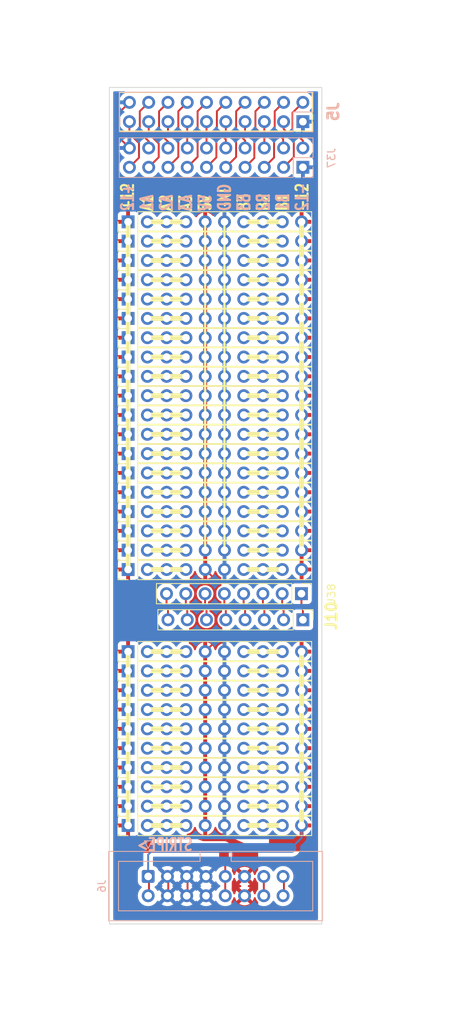
<source format=kicad_pcb>
(kicad_pcb (version 20211014) (generator pcbnew)
  (title_block (title "SYNTH-MIXER6-01") (date "2022-09-30") (rev "1") (company "LAND BOARDS, LLC"))
  (layers (0 "F.Cu" signal) (31 "B.Cu" signal) (34 "B.Paste" user) (35 "F.Paste" user) (36 "B.SilkS" user "B.Silkscreen") (37 "F.SilkS" user "F.Silkscreen") (38 "B.Mask" user) (39 "F.Mask" user) (44 "Edge.Cuts" user))
  (net 0 "")
  (net 1 "/POT6-1")
  (net 2 "/POT6-2")
  (net 3 "/POT6-3")
  (net 4 "/POT4-1")
  (net 5 "/POT4-2")
  (net 6 "/POT4-3")
  (net 7 "/POT2-1")
  (net 8 "/POT2-2")
  (net 9 "/POT2-3")
  (net 10 "/POT5-1")
  (net 11 "/POT5-2")
  (net 12 "/POT5-3")
  (net 13 "/POT3-1")
  (net 14 "/POT3-2")
  (net 15 "/POT3-3")
  (net 16 "+12V")
  (net 17 "+5V")
  (net 18 "/CV")
  (net 19 "/GATE")
  (net 20 "-12V")
  (net 21 "/POT1-1")
  (net 22 "/POT1-2")
  (net 23 "/POT1-3")
  (net 24 "Net-(J8-Pad7)")
  (net 25 "/J4-S")
  (net 26 "/J4-T")
  (net 27 "/J2-S")
  (net 28 "/J2-T")
  (net 29 "/J3-S")
  (net 30 "/J3-T")
  (net 31 "/J1-S")
  (net 32 "GND")
  (net 33 "Net-(J7-Pad7)")
  (net 34 "/J1-T")
  (net 35 "Net-(J11-Pad7)")
  (net 36 "Net-(J11-Pad2)")
  (net 37 "Net-(J14-Pad7)")
  (net 38 "Net-(J8-Pad2)")
  (net 39 "Net-(J12-Pad2)")
  (net 40 "Net-(J9-Pad2)")
  (net 41 "Net-(J9-Pad7)")
  (net 42 "Net-(J12-Pad7)")
  (net 43 "Net-(J14-Pad2)")
  (net 44 "Net-(J13-Pad2)")
  (net 45 "Net-(J13-Pad7)")
  (net 46 "Net-(J15-Pad2)")
  (net 47 "Net-(J15-Pad7)")
  (net 48 "Net-(J16-Pad2)")
  (net 49 "Net-(J16-Pad7)")
  (net 50 "Net-(J17-Pad2)")
  (net 51 "Net-(J17-Pad7)")
  (net 52 "Net-(J18-Pad2)")
  (net 53 "Net-(J18-Pad7)")
  (net 54 "Net-(J19-Pad2)")
  (net 55 "Net-(J19-Pad7)")
  (net 56 "Net-(J21-Pad2)")
  (net 57 "Net-(J20-Pad7)")
  (net 58 "Net-(J21-Pad7)")
  (net 59 "Net-(J22-Pad2)")
  (net 60 "Net-(J23-Pad2)")
  (net 61 "Net-(J23-Pad7)")
  (net 62 "Net-(J24-Pad2)")
  (net 63 "Net-(J22-Pad7)")
  (net 64 "Net-(J25-Pad2)")
  (net 65 "Net-(J25-Pad7)")
  (net 66 "Net-(J24-Pad7)")
  (net 67 "Net-(J26-Pad2)")
  (net 68 "Net-(J27-Pad2)")
  (net 69 "Net-(J27-Pad7)")
  (net 70 "Net-(J28-Pad2)")
  (net 71 "Net-(J28-Pad7)")
  (net 72 "Net-(J29-Pad2)")
  (net 73 "Net-(J26-Pad7)")
  (net 74 "Net-(J30-Pad2)")
  (net 75 "Net-(J30-Pad7)")
  (net 76 "Net-(J31-Pad2)")
  (net 77 "Net-(J29-Pad7)")
  (net 78 "Net-(J32-Pad2)")
  (net 79 "Net-(J32-Pad7)")
  (net 80 "Net-(J33-Pad2)")
  (net 81 "Net-(J31-Pad7)")
  (net 82 "Net-(J34-Pad2)")
  (net 83 "Net-(J34-Pad7)")
  (net 84 "Net-(J33-Pad7)")
  (net 85 "Net-(J35-Pad7)")
  (net 86 "Net-(J35-Pad2)")
  (net 87 "Net-(J36-Pad2)")
  (net 88 "Net-(J7-Pad2)")
  (net 89 "Net-(J20-Pad2)")
  (net 90 "Net-(J36-Pad7)")
  (footprint "Connector_PinHeader_2.54mm:PinHeader_1x10_P2.54mm_Vertical" (layer "F.Cu") (at 100.965 100.965 90)
    (fp_text reference "J21" hide)
    (fp_text value "Conn_01x10")
  )
  (footprint "Connector_PinHeader_2.54mm:PinHeader_1x10_P2.54mm_Vertical" (layer "F.Cu") (at 100.965 88.265 90)
    (fp_text reference "J15" hide)
    (fp_text value "Conn_01x10")
  )
  (footprint "Connector_PinHeader_2.54mm:PinHeader_1x10_P2.54mm_Vertical" (layer "F.Cu") (at 100.97 29.21 90)
    (fp_text reference "J33" hide)
    (fp_text value "Conn_01x10")
  )
  (footprint "Connector_PinHeader_2.54mm:PinHeader_1x10_P2.54mm_Vertical" (layer "F.Cu") (at 100.965 85.725 90)
    (fp_text reference "J22" hide)
    (fp_text value "Conn_01x10")
  )
  (footprint "Connector_PinHeader_2.54mm:PinHeader_1x10_P2.54mm_Vertical" (layer "F.Cu") (at 100.97 72.39 90)
    (fp_text reference "J24" hide)
    (fp_text value "Conn_01x10")
  )
  (footprint "Connector_PinHeader_2.54mm:PinHeader_1x10_P2.54mm_Vertical" (layer "F.Cu") (at 100.965 93.345 90)
    (fp_text reference "J29" hide)
    (fp_text value "Conn_01x10")
  )
  (footprint "Connector_PinHeader_2.54mm:PinHeader_1x10_P2.54mm_Vertical" (layer "F.Cu") (at 100.97 64.77 90)
    (fp_text reference "J12" hide)
    (fp_text value "Conn_01x10")
  )
  (footprint "Connector_PinHeader_2.54mm:PinHeader_1x10_P2.54mm_Vertical" (layer "F.Cu") (at 100.97 52.07 90)
    (fp_text reference "J27" hide)
    (fp_text value "Conn_01x10")
  )
  (footprint "Connector_PinHeader_2.54mm:PinHeader_1x10_P2.54mm_Vertical" (layer "F.Cu") (at 100.965 26.67 90)
    (fp_text reference "J34" hide)
    (fp_text value "Conn_01x10")
  )
  (footprint "Connector_PinHeader_2.54mm:PinHeader_1x10_P2.54mm_Vertical" (layer "F.Cu") (at 100.965 106.045 90)
    (fp_text reference "J7" hide)
    (fp_text value "Conn_01x10")
  )
  (footprint "Connector_PinHeader_2.54mm:PinHeader_1x10_P2.54mm_Vertical" (layer "F.Cu") (at 100.97 31.75 90)
    (fp_text reference "J36" hide)
    (fp_text value "Conn_01x10")
  )
  (footprint "Connector_PinHeader_2.54mm:PinHeader_1x10_P2.54mm_Vertical" (layer "F.Cu") (at 100.965 62.23 90)
    (fp_text reference "J20" hide)
    (fp_text value "Conn_01x10")
  )
  (footprint "Connector_PinHeader_2.54mm:PinHeader_1x10_P2.54mm_Vertical" (layer "F.Cu") (at 100.965 57.15 90)
    (fp_text reference "J18" hide)
    (fp_text value "Conn_01x10")
  )
  (footprint "Connector_PinHeader_2.54mm:PinHeader_1x08_P2.54mm_Vertical" (layer "F.Cu") (at 123.81 75.565 -90)
    (fp_text reference "J38")
    (fp_text value "Conn_01x08")
  )
  (footprint "Connector_PinHeader_2.54mm:PinHeader_1x10_P2.54mm_Vertical" (layer "F.Cu") (at 100.965 83.185 90)
    (fp_text reference "J13" hide)
    (fp_text value "Conn_01x10")
  )
  (footprint "Connector_PinHeader_2.54mm:PinHeader_1x10_P2.54mm_Vertical" (layer "F.Cu") (at 100.965 44.45 90)
    (fp_text reference "J26" hide)
    (fp_text value "Conn_01x10")
  )
  (footprint "Connector_PinHeader_2.54mm:PinHeader_1x10_P2.54mm_Vertical" (layer "F.Cu") (at 100.97 36.83 90)
    (fp_text reference "J32" hide)
    (fp_text value "Conn_01x10")
  )
  (footprint "Connector_PinHeader_2.54mm:PinHeader_1x10_P2.54mm_Vertical" (layer "F.Cu") (at 100.965 103.505 90)
    (fp_text reference "J9" hide)
    (fp_text value "Conn_01x10")
  )
  (footprint "Connector_PinHeader_2.54mm:PinHeader_1x08_P2.54mm_Vertical" (layer "F.Cu") (at 124 79 -90)
    (fp_text reference "J10")
    (fp_text value "Conn_01x08")
  )
  (footprint "Connector_PinHeader_2.54mm:PinHeader_1x10_P2.54mm_Vertical" (layer "F.Cu") (at 100.97 54.61 90)
    (fp_text reference "J16" hide)
    (fp_text value "Conn_01x10")
  )
  (footprint "Connector_PinHeader_2.54mm:PinHeader_1x10_P2.54mm_Vertical" (layer "F.Cu") (at 100.965 98.425 90)
    (fp_text reference "J28" hide)
    (fp_text value "Conn_01x10")
  )
  (footprint "Connector_PinHeader_2.54mm:PinHeader_1x10_P2.54mm_Vertical" (layer "F.Cu") (at 100.97 49.53 90)
    (fp_text reference "J23" hide)
    (fp_text value "Conn_01x10")
  )
  (footprint "Connector_PinHeader_2.54mm:PinHeader_1x10_P2.54mm_Vertical" (layer "F.Cu") (at 100.97 39.37 90)
    (fp_text reference "J25" hide)
    (fp_text value "Conn_01x10")
  )
  (footprint "Connector_PinHeader_2.54mm:PinHeader_1x10_P2.54mm_Vertical" (layer "F.Cu") (at 100.97 46.99 90)
    (fp_text reference "J31" hide)
    (fp_text value "Conn_01x10")
  )
  (footprint "Connector_PinHeader_2.54mm:PinHeader_1x10_P2.54mm_Vertical" (layer "F.Cu") (at 100.97 41.91 90)
    (fp_text reference "J14" hide)
    (fp_text value "Conn_01x10")
  )
  (footprint "Connector_PinHeader_2.54mm:PinHeader_1x10_P2.54mm_Vertical" (layer "F.Cu") (at 100.965 90.805 90)
    (fp_text reference "J11" hide)
    (fp_text value "Conn_01x10")
  )
  (footprint "Connector_PinHeader_2.54mm:PinHeader_1x10_P2.54mm_Vertical" (layer "F.Cu") (at 100.97 69.85 90)
    (fp_text reference "J17" hide)
    (fp_text value "Conn_01x10")
  )
  (footprint "Connector_PinHeader_2.54mm:PinHeader_1x10_P2.54mm_Vertical" (layer "F.Cu") (at 100.965 95.885 90)
    (fp_text reference "J8" hide)
    (fp_text value "Conn_01x10")
  )
  (footprint "Connector_PinHeader_2.54mm:PinHeader_1x10_P2.54mm_Vertical" (layer "F.Cu") (at 100.97 34.29 90)
    (fp_text reference "J35" hide)
    (fp_text value "Conn_01x10")
  )
  (footprint "Connector_PinHeader_2.54mm:PinHeader_1x10_P2.54mm_Vertical" (layer "F.Cu") (at 100.965 59.69 90)
    (fp_text reference "J30" hide)
    (fp_text value "Conn_01x10")
  )
  (footprint "Connector_PinHeader_2.54mm:PinHeader_1x10_P2.54mm_Vertical" (layer "F.Cu") (at 100.97 67.31 90)
    (fp_text reference "J19" hide)
    (fp_text value "Conn_01x10")
  )
  (footprint "Connector_PinHeader_2.54mm:PinHeader_2x10_P2.54mm_Vertical" (layer "B.Cu") (at 124 19.5 90)
    (fp_text reference "J37")
    (fp_text value "HEADER, 2X10")
  )
  (footprint "Connector_PinHeader_2.54mm:PinHeader_2x10_P2.54mm_Vertical" (layer "B.Cu") (at 124.000006 13.500001 90)
    (fp_text reference "J5")
    (fp_text value "HEADER, 2X10")
  )
  (footprint "Connector_IDC:IDC-Header_2x08_P2.54mm_Vertical" (layer "B.Cu") (at 103.61 112.7475 -90)
    (fp_text reference "J6")
    (fp_text value "HEADER, 2X8")
  )
  (gr_line (start 103.505 72.39) (end 108.585 72.39) (layer "F.SilkS") (width 0.635))
  (gr_line (start 116.332 57.15) (end 121.412 57.15) (layer "F.SilkS") (width 0.635))
  (gr_line (start 103.505 54.61) (end 108.585 54.61) (layer "F.SilkS") (width 0.635))
  (gr_line (start 113.665 26.543) (end 113.665 69.85) (layer "F.SilkS") (width 0.3048))
  (gr_line (start 103.505 26.67) (end 108.585 26.67) (layer "F.SilkS") (width 0.635))
  (gr_line (start 116.205 26.67) (end 121.285 26.67) (layer "F.SilkS") (width 0.635))
  (gr_line (start 116.205 98.425) (end 121.285 98.425) (layer "F.SilkS") (width 0.635))
  (gr_line (start 116.205 72.39) (end 121.285 72.39) (layer "F.SilkS") (width 0.635))
  (gr_line (start 123.825 26.67) (end 123.825 69.977) (layer "F.SilkS") (width 0.635))
  (gr_line (start 103.505 100.965) (end 108.585 100.965) (layer "F.SilkS") (width 0.635))
  (gr_line (start 103.505 90.805) (end 108.585 90.805) (layer "F.SilkS") (width 0.635))
  (gr_line (start 116.332 52.07) (end 121.412 52.07) (layer "F.SilkS") (width 0.635))
  (gr_line (start 116.205 64.77) (end 121.285 64.77) (layer "F.SilkS") (width 0.635))
  (gr_line (start 103.505 57.15) (end 108.585 57.15) (layer "F.SilkS") (width 0.635))
  (gr_line (start 116.205 62.23) (end 121.285 62.23) (layer "F.SilkS") (width 0.635))
  (gr_line (start 116.332 41.91) (end 121.412 41.91) (layer "F.SilkS") (width 0.635))
  (gr_line (start 116.205 59.69) (end 121.285 59.69) (layer "F.SilkS") (width 0.635))
  (gr_line (start 103.505 34.29) (end 108.585 34.29) (layer "F.SilkS") (width 0.635))
  (gr_rect (start 99.822 9.652) (end 125.222 14.732) (layer "F.SilkS") (width 0.15) (fill none))
  (gr_line (start 103.505 93.345) (end 108.585 93.345) (layer "F.SilkS") (width 0.635))
  (gr_line (start 103.505 46.99) (end 108.585 46.99) (layer "F.SilkS") (width 0.635))
  (gr_line (start 116.332 39.37) (end 121.412 39.37) (layer "F.SilkS") (width 0.635))
  (gr_line (start 103.505 36.83) (end 108.585 36.83) (layer "F.SilkS") (width 0.635))
  (gr_line (start 103.505 95.885) (end 108.585 95.885) (layer "F.SilkS") (width 0.635))
  (gr_line (start 103.505 88.265) (end 108.585 88.265) (layer "F.SilkS") (width 0.635))
  (gr_line (start 116.205 31.75) (end 121.285 31.75) (layer "F.SilkS") (width 0.635))
  (gr_line (start 116.332 34.29) (end 121.412 34.29) (layer "F.SilkS") (width 0.635))
  (gr_line (start 116.205 29.21) (end 121.285 29.21) (layer "F.SilkS") (width 0.635))
  (gr_line (start 116.332 44.45) (end 121.412 44.45) (layer "F.SilkS") (width 0.635))
  (gr_line (start 116.205 67.31) (end 121.285 67.31) (layer "F.SilkS") (width 0.635))
  (gr_line (start 103.505 69.85) (end 108.585 69.85) (layer "F.SilkS") (width 0.635))
  (gr_line (start 103.505 106.045) (end 108.585 106.045) (layer "F.SilkS") (width 0.635))
  (gr_line (start 103.505 49.53) (end 108.585 49.53) (layer "F.SilkS") (width 0.635))
  (gr_line (start 103.505 83.185) (end 108.585 83.185) (layer "F.SilkS") (width 0.635))
  (gr_line (start 116.205 69.85) (end 121.285 69.85) (layer "F.SilkS") (width 0.635))
  (gr_line (start 116.332 46.99) (end 121.412 46.99) (layer "F.SilkS") (width 0.635))
  (gr_line (start 103.505 41.91) (end 108.585 41.91) (layer "F.SilkS") (width 0.635))
  (gr_line (start 116.205 85.725) (end 121.285 85.725) (layer "F.SilkS") (width 0.635))
  (gr_line (start 103.505 39.37) (end 108.585 39.37) (layer "F.SilkS") (width 0.635))
  (gr_line (start 116.205 100.965) (end 121.285 100.965) (layer "F.SilkS") (width 0.635))
  (gr_line (start 116.205 88.265) (end 121.285 88.265) (layer "F.SilkS") (width 0.635))
  (gr_line (start 116.205 93.345) (end 121.285 93.345) (layer "F.SilkS") (width 0.635))
  (gr_line (start 103.505 62.23) (end 108.585 62.23) (layer "F.SilkS") (width 0.635))
  (gr_line (start 103.505 64.77) (end 108.585 64.77) (layer "F.SilkS") (width 0.635))
  (gr_line (start 116.205 90.805) (end 121.285 90.805) (layer "F.SilkS") (width 0.635))
  (gr_line (start 103.505 52.07) (end 108.585 52.07) (layer "F.SilkS") (width 0.635))
  (gr_line (start 116.332 36.83) (end 121.412 36.83) (layer "F.SilkS") (width 0.635))
  (gr_line (start 103.505 29.21) (end 108.585 29.21) (layer "F.SilkS") (width 0.635))
  (gr_line (start 116.205 106.045) (end 121.285 106.045) (layer "F.SilkS") (width 0.635))
  (gr_line (start 123.825 83.185) (end 123.825 106.045) (layer "F.SilkS") (width 0.635))
  (gr_line (start 116.205 103.505) (end 121.285 103.505) (layer "F.SilkS") (width 0.635))
  (gr_line (start 103.505 31.75) (end 108.585 31.75) (layer "F.SilkS") (width 0.635))
  (gr_line (start 111.125 26.543) (end 111.125 69.85) (layer "F.SilkS") (width 0.3048))
  (gr_line (start 116.332 54.61) (end 121.412 54.61) (layer "F.SilkS") (width 0.635))
  (gr_line (start 103.505 59.69) (end 108.585 59.69) (layer "F.SilkS") (width 0.635))
  (gr_line (start 100.965 26.67) (end 100.97 72.39) (layer "F.SilkS") (width 0.635))
  (gr_line (start 100.965 83.185) (end 100.965 106.045) (layer "F.SilkS") (width 0.635))
  (gr_line (start 103.505 85.725) (end 108.585 85.725) (layer "F.SilkS") (width 0.635))
  (gr_line (start 116.332 49.53) (end 121.412 49.53) (layer "F.SilkS") (width 0.635))
  (gr_line (start 116.205 83.185) (end 121.285 83.185) (layer "F.SilkS") (width 0.635))
  (gr_line (start 103.505 44.45) (end 108.585 44.45) (layer "F.SilkS") (width 0.635))
  (gr_line (start 116.205 95.885) (end 121.285 95.885) (layer "F.SilkS") (width 0.635))
  (gr_line (start 103.505 103.505) (end 108.585 103.505) (layer "F.SilkS") (width 0.635))
  (gr_line (start 103.505 98.425) (end 108.585 98.425) (layer "F.SilkS") (width 0.635))
  (gr_line (start 103.505 67.31) (end 108.585 67.31) (layer "F.SilkS") (width 0.635))
  (gr_rect (start 98.5 9.000004) (end 126.5 119.000004) (layer "Edge.Cuts") (width 0.1) (fill none))
  (gr_text "STRIPE>" (at 102 108.5675) (layer "B.SilkS") (effects (font (size 1.5875 1.143) (thickness 0.28575)) (justify right mirror)))
  (gr_text "+12\nA1\nA2\nA3\n5V\nGND\nB3\nB2\nB1\n-12" (at 112.395 25.4 90) (layer "B.SilkS") (effects (font (size 1.5875 1.143) (thickness 0.28575)) (justify right mirror)))
  (gr_text "+12\nA1\nA2\nA3\n5V\nGND\nB3\nB2\nB1\n-12" (at 112.395 25.4 90) (layer "F.SilkS") (effects (font (size 1.5875 1.143) (thickness 0.28575)) (justify left)))
  (segment (start 124 16) (end 122.834511 14.834511) (width 0.25) (layer "F.Cu") (net 1))
  (segment (start 124 16.96) (end 124 16) (width 0.25) (layer "F.Cu") (net 1))
  (segment (start 122.634511 12.325489) (end 124 10.96) (width 0.25) (layer "F.Cu") (net 1))
  (segment (start 122.834511 14.834511) (end 122.634511 14.834511) (width 0.25) (layer "F.Cu") (net 1))
  (segment (start 122.634511 14.834511) (end 122.634511 12.325489) (width 0.25) (layer "F.Cu") (net 1))
  (segment (start 122.8 18.16) (end 122.8 15.8) (width 0.25) (layer "F.Cu") (net 2))
  (segment (start 122.8 15.8) (end 121.46 14.46) (width 0.25) (layer "F.Cu") (net 2))
  (segment (start 121.46 14.46) (end 121.46 13.5) (width 0.25) (layer "F.Cu") (net 2))
  (segment (start 121.46 19.5) (end 122.8 18.16) (width 0.25) (layer "F.Cu") (net 2))
  (segment (start 120.285489 12.134511) (end 120.285489 14.685489) (width 0.25) (layer "F.Cu") (net 3))
  (segment (start 121.4 16.9) (end 121.4 15.8) (width 0.25) (layer "F.Cu") (net 3))
  (segment (start 121.46 10.96) (end 120.285489 12.134511) (width 0.25) (layer "F.Cu") (net 3))
  (segment (start 121.46 16.96) (end 121.4 16.9) (width 0.25) (layer "F.Cu") (net 3))
  (segment (start 121.4 15.8) (end 120.285489 14.685489) (width 0.25) (layer "F.Cu") (net 3))
  (segment (start 120.2 18.22) (end 120.2 15.96) (width 0.25) (layer "F.Cu") (net 4))
  (segment (start 120.2 15.96) (end 118.92 14.68) (width 0.25) (layer "F.Cu") (net 4))
  (segment (start 118.92 14.68) (end 118.92 13.5) (width 0.25) (layer "F.Cu") (net 4))
  (segment (start 118.92 19.5) (end 120.2 18.22) (width 0.25) (layer "F.Cu") (net 4))
  (segment (start 117.745489 12.134511) (end 117.745489 14.345489) (width 0.25) (layer "F.Cu") (net 5))
  (segment (start 117.745489 14.345489) (end 118.92 15.52) (width 0.25) (layer "F.Cu") (net 5))
  (segment (start 118.92 15.52) (end 118.92 16.96) (width 0.25) (layer "F.Cu") (net 5))
  (segment (start 118.92 10.96) (end 117.745489 12.134511) (width 0.25) (layer "F.Cu") (net 5))
  (segment (start 117.6 18.28) (end 116.38 19.5) (width 0.25) (layer "F.Cu") (net 6))
  (segment (start 116.38 13.5) (end 116.38 14.78) (width 0.25) (layer "F.Cu") (net 6))
  (segment (start 117.6 16) (end 117.6 18.28) (width 0.25) (layer "F.Cu") (net 6))
  (segment (start 116.38 14.78) (end 117.6 16) (width 0.25) (layer "F.Cu") (net 6))
  (segment (start 116.38 10.96) (end 115.205489 12.134511) (width 0.25) (layer "F.Cu") (net 7))
  (segment (start 116.38 16.96) (end 116.38 15.98) (width 0.25) (layer "F.Cu") (net 7))
  (segment (start 116.38 15.98) (end 115.205489 14.805489) (width 0.25) (layer "F.Cu") (net 7))
  (segment (start 115.205489 12.134511) (end 115.205489 14.805489) (width 0.25) (layer "F.Cu") (net 7))
  (segment (start 115.2 16.2) (end 113.84 14.84) (width 0.25) (layer "F.Cu") (net 8))
  (segment (start 115.2 18.14) (end 115.2 16.2) (width 0.25) (layer "F.Cu") (net 8))
  (segment (start 113.84 19.5) (end 115.2 18.14) (width 0.25) (layer "F.Cu") (net 8))
  (segment (start 113.84 13.5) (end 113.84 14.84) (width 0.25) (layer "F.Cu") (net 8))
  (segment (start 113.84 16.96) (end 113.84 15.84) (width 0.25) (layer "F.Cu") (net 9))
  (segment (start 113.84 10.96) (end 112.665489 12.134511) (width 0.25) (layer "F.Cu") (net 9))
  (segment (start 113.84 15.84) (end 112.665489 14.665489) (width 0.25) (layer "F.Cu") (net 9))
  (segment (start 112.665489 12.134511) (end 112.665489 14.665489) (width 0.25) (layer "F.Cu") (net 9))
  (segment (start 112.6 18.2) (end 112.6 16) (width 0.25) (layer "F.Cu") (net 10))
  (segment (start 111.3 19.5) (end 112.6 18.2) (width 0.25) (layer "F.Cu") (net 10))
  (segment (start 111.3 13.5) (end 111.3 14.7) (width 0.25) (layer "F.Cu") (net 10))
  (segment (start 112.6 16) (end 111.3 14.7) (width 0.25) (layer "F.Cu") (net 10))
  (segment (start 111.3 16.96) (end 111.3 15.7) (width 0.25) (layer "F.Cu") (net 11))
  (segment (start 111.3 15.7) (end 110.125489 14.525489) (width 0.25) (layer "F.Cu") (net 11))
  (segment (start 110.125489 12.134511) (end 110.125489 14.525489) (width 0.25) (layer "F.Cu") (net 11))
  (segment (start 111.3 10.96) (end 110.125489 12.134511) (width 0.25) (layer "F.Cu") (net 11))
  (segment (start 110.125489 18.134511) (end 110.125489 16.125489) (width 0.25) (layer "F.Cu") (net 12))
  (segment (start 108.76 19.5) (end 110.125489 18.134511) (width 0.25) (layer "F.Cu") (net 12))
  (segment (start 108.76 14.76) (end 108.76 13.5) (width 0.25) (layer "F.Cu") (net 12))
  (segment (start 110.125489 16.125489) (end 108.76 14.76) (width 0.25) (layer "F.Cu") (net 12))
  (segment (start 107.614511 14.414511) (end 107.585489 14.414511) (width 0.25) (layer "F.Cu") (net 13))
  (segment (start 108.76 10.96) (end 107.585489 12.134511) (width 0.25) (layer "F.Cu") (net 13))
  (segment (start 107.585489 12.134511) (end 107.585489 14.414511) (width 0.25) (layer "F.Cu") (net 13))
  (segment (start 108.76 16.96) (end 108.76 15.56) (width 0.25) (layer "F.Cu") (net 13))
  (segment (start 108.76 15.56) (end 107.614511 14.414511) (width 0.25) (layer "F.Cu") (net 13))
  (segment (start 107.585489 18.134511) (end 107.585489 16.185489) (width 0.25) (layer "F.Cu") (net 14))
  (segment (start 107.585489 16.185489) (end 106.22 14.82) (width 0.25) (layer "F.Cu") (net 14))
  (segment (start 106.22 19.5) (end 107.585489 18.134511) (width 0.25) (layer "F.Cu") (net 14))
  (segment (start 106.22 14.82) (end 106.22 13.5) (width 0.25) (layer "F.Cu") (net 14))
  (segment (start 106.22 16.129022) (end 105.045489 14.954511) (width 0.25) (layer "F.Cu") (net 15))
  (segment (start 106.22 16.96) (end 106.22 16.129022) (width 0.25) (layer "F.Cu") (net 15))
  (segment (start 105.045489 14.954511) (end 105.045489 12.134511) (width 0.25) (layer "F.Cu") (net 15))
  (segment (start 105.045489 12.134511) (end 106.22 10.96) (width 0.25) (layer "F.Cu") (net 15))
  (segment (start 101.999999 109.000011) (end 100.965 107.965011) (width 1.27) (layer "F.Cu") (net 16))
  (segment (start 113.599989 109.000011) (end 113.6 109.000022) (width 1.27) (layer "F.Cu") (net 16))
  (segment (start 113.77 112.7475) (end 113.77 110.77) (width 0.254) (layer "F.Cu") (net 16))
  (segment (start 113.6 109.000022) (end 113.6 110.6) (width 1.27) (layer "F.Cu") (net 16))
  (segment (start 113.77 110.77) (end 113.6 110.6) (width 0.254) (layer "F.Cu") (net 16))
  (segment (start 101.999999 109.000011) (end 113.599989 109.000011) (width 1.27) (layer "F.Cu") (net 16))
  (segment (start 100.965 107.965) (end 100.965 106.045) (width 0.254) (layer "F.Cu") (net 16))
  (segment (start 113.77 115.2875) (end 113.77 112.7475) (width 0.254) (layer "F.Cu") (net 16))
  (segment (start 112.474511 81.835489) (end 112.474511 73.734511) (width 0.25) (layer "F.Cu") (net 17))
  (segment (start 111.125 83.185) (end 112.474511 81.835489) (width 0.25) (layer "F.Cu") (net 17))
  (segment (start 112.474511 73.734511) (end 111.13 72.39) (width 0.25) (layer "F.Cu") (net 17))
  (segment (start 118.85 115.2875) (end 118.85 112.7475) (width 0.254) (layer "F.Cu") (net 18))
  (segment (start 121.5 113) (end 121.5 115.54) (width 0.25) (layer "F.Cu") (net 19))
  (segment (start 103.72 115.54) (end 103.72 113) (width 0.25) (layer "F.Cu") (net 20))
  (segment (start 104.499994 109.000011) (end 122.500009 109.000011) (width 1.27) (layer "B.Cu") (net 20))
  (segment (start 103.61 109.89) (end 104.5 109) (width 0.254) (layer "B.Cu") (net 20))
  (segment (start 103.61 112.7475) (end 103.61 109.89) (width 0.254) (layer "B.Cu") (net 20))
  (segment (start 123.825 107.675) (end 123.825 106.045) (width 0.254) (layer "B.Cu") (net 20))
  (segment (start 122.5 109) (end 123.825 107.675) (width 0.254) (layer "B.Cu") (net 20))
  (segment (start 103.68 15.055717) (end 105 16.375717) (width 0.25) (layer "F.Cu") (net 21))
  (segment (start 105 16.375717) (end 105 18.18) (width 0.25) (layer "F.Cu") (net 21))
  (segment (start 103.68 13.5) (end 103.68 15.055717) (width 0.25) (layer "F.Cu") (net 21))
  (segment (start 105 18.18) (end 103.68 19.5) (width 0.25) (layer "F.Cu") (net 21))
  (segment (start 103.68 16.96) (end 103.68 16.08) (width 0.25) (layer "F.Cu") (net 22))
  (segment (start 103.68 16.08) (end 102.505489 14.905489) (width 0.25) (layer "F.Cu") (net 22))
  (segment (start 103.68 10.96) (end 102.505489 12.134511) (width 0.25) (layer "F.Cu") (net 22))
  (segment (start 102.505489 12.134511) (end 102.505489 14.905489) (width 0.25) (layer "F.Cu") (net 22))
  (segment (start 101.14 15.06) (end 101.14 13.5) (width 0.25) (layer "F.Cu") (net 23))
  (segment (start 102.4 18.24) (end 102.4 16.32) (width 0.25) (layer "F.Cu") (net 23))
  (segment (start 102.4 16.32) (end 101.14 15.06) (width 0.25) (layer "F.Cu") (net 23))
  (segment (start 101.14 19.5) (end 102.4 18.24) (width 0.25) (layer "F.Cu") (net 23))
  (segment (start 116.205 95.885) (end 121.285 95.885) (width 0.254) (layer "F.Cu") (net 24))
  (segment (start 124 77.391) (end 123.81 77.201) (width 0.25) (layer "F.Cu") (net 25))
  (segment (start 123.81 77.201) (end 123.81 75.565) (width 0.25) (layer "F.Cu") (net 25))
  (segment (start 124 79) (end 124 77.391) (width 0.25) (layer "F.Cu") (net 25))
  (segment (start 121.27 77.582) (end 121.27 75.565) (width 0.25) (layer "F.Cu") (net 26))
  (segment (start 121.46 79) (end 121.46 77.772) (width 0.25) (layer "F.Cu") (net 26))
  (segment (start 121.46 77.772) (end 121.27 77.582) (width 0.25) (layer "F.Cu") (net 26))
  (segment (start 118.92 79) (end 118.92 77.645) (width 0.25) (layer "F.Cu") (net 27))
  (segment (start 118.73 77.455) (end 118.73 75.565) (width 0.25) (layer "F.Cu") (net 27))
  (segment (start 118.92 77.645) (end 118.73 77.455) (width 0.25) (layer "F.Cu") (net 27))
  (segment (start 116.38 77.518) (end 116.19 77.328) (width 0.25) (layer "F.Cu") (net 28))
  (segment (start 116.38 79) (end 116.38 77.518) (width 0.25) (layer "F.Cu") (net 28))
  (segment (start 116.19 77.328) (end 116.19 75.565) (width 0.25) (layer "F.Cu") (net 28))
  (segment (start 113.84 77.391) (end 113.65 77.201) (width 0.25) (layer "F.Cu") (net 29))
  (segment (start 113.84 79) (end 113.84 77.391) (width 0.25) (layer "F.Cu") (net 29))
  (segment (start 113.65 77.201) (end 113.65 75.565) (width 0.25) (layer "F.Cu") (net 29))
  (segment (start 111.3 77.137) (end 111.11 76.947) (width 0.25) (layer "F.Cu") (net 30))
  (segment (start 111.11 76.947) (end 111.11 75.565) (width 0.25) (layer "F.Cu") (net 30))
  (segment (start 111.3 79) (end 111.3 77.137) (width 0.25) (layer "F.Cu") (net 30))
  (segment (start 108.57 77.201) (end 108.57 75.565) (width 0.25) (layer "F.Cu") (net 31))
  (segment (start 108.76 77.391) (end 108.57 77.201) (width 0.25) (layer "F.Cu") (net 31))
  (segment (start 108.76 79) (end 108.76 77.391) (width 0.25) (layer "F.Cu") (net 31))
  (segment (start 99.8 15.62) (end 101.14 16.96) (width 0.25) (layer "F.Cu") (net 32))
  (segment (start 108.8 115.54) (end 108.8 113) (width 0.25) (layer "F.Cu") (net 32))
  (segment (start 101.14 10.96) (end 99.8 12.3) (width 0.25) (layer "F.Cu") (net 32))
  (segment (start 106.26 115.54) (end 106.26 113) (width 0.25) (layer "F.Cu") (net 32))
  (segment (start 99.8 12.3) (end 99.8 15.62) (width 0.25) (layer "F.Cu") (net 32))
  (segment (start 116.205 106.045) (end 121.285 106.045) (width 0.254) (layer "F.Cu") (net 33))
  (segment (start 106.22 77.518) (end 106.03 77.328) (width 0.25) (layer "F.Cu") (net 34))
  (segment (start 106.22 79) (end 106.22 77.518) (width 0.25) (layer "F.Cu") (net 34))
  (segment (start 106.03 77.328) (end 106.03 75.565) (width 0.25) (layer "F.Cu") (net 34))
  (segment (start 116.205 90.805) (end 121.285 90.805) (width 0.254) (layer "F.Cu") (net 35))
  (segment (start 103.505 90.805) (end 108.585 90.805) (width 0.254) (layer "F.Cu") (net 36))
  (segment (start 116.21 41.91) (end 121.29 41.91) (width 0.254) (layer "F.Cu") (net 37))
  (segment (start 103.505 95.885) (end 108.585 95.885) (width 0.254) (layer "F.Cu") (net 38))
  (segment (start 103.51 64.77) (end 108.59 64.77) (width 0.254) (layer "F.Cu") (net 39))
  (segment (start 103.505 103.505) (end 108.585 103.505) (width 0.254) (layer "F.Cu") (net 40))
  (segment (start 116.205 103.505) (end 121.285 103.505) (width 0.254) (layer "F.Cu") (net 41))
  (segment (start 116.21 64.77) (end 121.29 64.77) (width 0.254) (layer "F.Cu") (net 42))
  (segment (start 103.51 41.91) (end 108.59 41.91) (width 0.254) (layer "F.Cu") (net 43))
  (segment (start 106.045 83.185) (end 108.585 83.185) (width 0.254) (layer "F.Cu") (net 44))
  (segment (start 103.505 83.185) (end 106.045 83.185) (width 0.254) (layer "F.Cu") (net 44))
  (segment (start 116.205 83.185) (end 121.285 83.185) (width 0.254) (layer "F.Cu") (net 45))
  (segment (start 103.505 88.265) (end 108.585 88.265) (width 0.254) (layer "F.Cu") (net 46))
  (segment (start 116.205 88.265) (end 121.285 88.265) (width 0.254) (layer "F.Cu") (net 47))
  (segment (start 106.05 54.61) (end 108.59 54.61) (width 0.254) (layer "F.Cu") (net 48))
  (segment (start 103.51 54.61) (end 106.05 54.61) (width 0.254) (layer "F.Cu") (net 48))
  (segment (start 116.21 54.61) (end 121.29 54.61) (width 0.254) (layer "F.Cu") (net 49))
  (segment (start 103.51 69.85) (end 108.59 69.85) (width 0.254) (layer "F.Cu") (net 50))
  (segment (start 116.21 69.85) (end 121.29 69.85) (width 0.254) (layer "F.Cu") (net 51))
  (segment (start 106.045 57.15) (end 108.585 57.15) (width 0.254) (layer "F.Cu") (net 52))
  (segment (start 103.505 57.15) (end 106.045 57.15) (width 0.254) (layer "F.Cu") (net 52))
  (segment (start 116.205 57.15) (end 121.285 57.15) (width 0.254) (layer "F.Cu") (net 53))
  (segment (start 103.51 67.31) (end 108.59 67.31) (width 0.254) (layer "F.Cu") (net 54))
  (segment (start 116.21 67.31) (end 121.29 67.31) (width 0.254) (layer "F.Cu") (net 55))
  (segment (start 103.505 100.965) (end 108.585 100.965) (width 0.254) (layer "F.Cu") (net 56))
  (segment (start 116.205 62.23) (end 121.285 62.23) (width 0.254) (layer "F.Cu") (net 57))
  (segment (start 116.205 100.965) (end 121.285 100.965) (width 0.254) (layer "F.Cu") (net 58))
  (segment (start 106.045 85.725) (end 108.585 85.725) (width 0.254) (layer "F.Cu") (net 59))
  (segment (start 103.505 85.725) (end 106.045 85.725) (width 0.254) (layer "F.Cu") (net 59))
  (segment (start 103.51 49.53) (end 106.05 49.53) (width 0.254) (layer "F.Cu") (net 60))
  (segment (start 106.05 49.53) (end 108.59 49.53) (width 0.254) (layer "F.Cu") (net 60))
  (segment (start 116.21 49.53) (end 121.29 49.53) (width 0.254) (layer "F.Cu") (net 61))
  (segment (start 103.51 72.39) (end 108.59 72.39) (width 0.254) (layer "F.Cu") (net 62))
  (segment (start 116.205 85.725) (end 121.285 85.725) (width 0.254) (layer "F.Cu") (net 63))
  (segment (start 103.51 39.37) (end 108.59 39.37) (width 0.254) (layer "F.Cu") (net 64))
  (segment (start 116.21 39.37) (end 121.29 39.37) (width 0.254) (layer "F.Cu") (net 65))
  (segment (start 116.21 72.39) (end 121.29 72.39) (width 0.254) (layer "F.Cu") (net 66))
  (segment (start 103.505 44.45) (end 108.585 44.45) (width 0.254) (layer "F.Cu") (net 67))
  (segment (start 106.05 52.07) (end 108.59 52.07) (width 0.254) (layer "F.Cu") (net 68))
  (segment (start 103.51 52.07) (end 106.05 52.07) (width 0.254) (layer "F.Cu") (net 68))
  (segment (start 116.21 52.07) (end 121.29 52.07) (width 0.254) (layer "F.Cu") (net 69))
  (segment (start 103.505 98.425) (end 108.585 98.425) (width 0.254) (layer "F.Cu") (net 70))
  (segment (start 116.205 98.425) (end 121.285 98.425) (width 0.254) (layer "F.Cu") (net 71))
  (segment (start 103.505 93.345) (end 108.585 93.345) (width 0.254) (layer "F.Cu") (net 72))
  (segment (start 116.205 44.45) (end 121.285 44.45) (width 0.254) (layer "F.Cu") (net 73))
  (segment (start 106.045 59.69) (end 108.585 59.69) (width 0.254) (layer "F.Cu") (net 74))
  (segment (start 103.505 59.69) (end 106.045 59.69) (width 0.254) (layer "F.Cu") (net 74))
  (segment (start 116.205 59.69) (end 121.285 59.69) (width 0.254) (layer "F.Cu") (net 75))
  (segment (start 103.51 46.99) (end 108.59 46.99) (width 0.254) (layer "F.Cu") (net 76))
  (segment (start 116.205 93.345) (end 121.285 93.345) (width 0.254) (layer "F.Cu") (net 77))
  (segment (start 103.51 36.83) (end 108.59 36.83) (width 0.254) (layer "F.Cu") (net 78))
  (segment (start 116.21 36.83) (end 121.29 36.83) (width 0.254) (layer "F.Cu") (net 79))
  (segment (start 103.51 29.21) (end 108.59 29.21) (width 0.254) (layer "F.Cu") (net 80))
  (segment (start 116.21 46.99) (end 121.29 46.99) (width 0.254) (layer "F.Cu") (net 81))
  (segment (start 106.045 26.67) (end 108.585 26.67) (width 0.254) (layer "F.Cu") (net 82))
  (segment (start 103.505 26.67) (end 106.045 26.67) (width 0.254) (layer "F.Cu") (net 82))
  (segment (start 116.205 26.67) (end 121.285 26.67) (width 0.254) (layer "F.Cu") (net 83))
  (segment (start 116.21 29.21) (end 121.29 29.21) (width 0.254) (layer "F.Cu") (net 84))
  (segment (start 116.21 34.29) (end 121.29 34.29) (width 0.254) (layer "F.Cu") (net 85))
  (segment (start 103.51 34.29) (end 108.59 34.29) (width 0.254) (layer "F.Cu") (net 86))
  (segment (start 103.51 31.75) (end 108.59 31.75) (width 0.254) (layer "F.Cu") (net 87))
  (segment (start 103.505 106.045) (end 108.585 106.045) (width 0.254) (layer "F.Cu") (net 88))
  (segment (start 103.505 62.23) (end 108.585 62.23) (width 0.254) (layer "F.Cu") (net 89))
  (segment (start 116.21 31.75) (end 121.29 31.75) (width 0.254) (layer "F.Cu") (net 90))
  (zone (net 20) (net_name "-12V") (layer "F.Cu") (connect_pads (clearance 0.508)) (min_thickness 0.254) (fill yes (thermal_gap 0.508) (thermal_bridge_width 0.508))
    (polygon (pts (xy 126.492 109.499) (xy 119.507 109.499) (xy 121.031 23.241) (xy 126.492 23.241)))
  )
  (zone (net 16) (net_name "+12V") (layer "F.Cu") (connect_pads (clearance 0.508)) (min_thickness 0.254) (fill yes (thermal_gap 0.508) (thermal_bridge_width 0.508))
    (polygon (pts (xy 104.14 109.499) (xy 98.552 109.499) (xy 98.552 23.114) (xy 103.759 23.114)))
  )
  (zone (net 17) (net_name "+5V") (layer "F.Cu") (connect_pads (clearance 0.254)) (min_thickness 0.254) (fill yes (thermal_gap 0.4064) (thermal_bridge_width 0.508))
    (polygon (pts (xy 113.919 107.315) (xy 118.109 109.22) (xy 118.109 117.221) (xy 114.56718 117.333874) (xy 114.69418 109.459874) (xy 108.585 107.315) (xy 109.855 23.495) (xy 112.268 23.495)))
  )
  (zone (net 32) (net_name "GND") (layer "B.Cu") (connect_pads (clearance 0.508)) (min_thickness 0.254) (fill yes (thermal_gap 0.508) (thermal_bridge_width 0.508))
    (polygon (pts (xy 126.4 119.000004) (xy 98.4 119.000004) (xy 98.5 9) (xy 126.4 9.000004)))
  )
)
</source>
